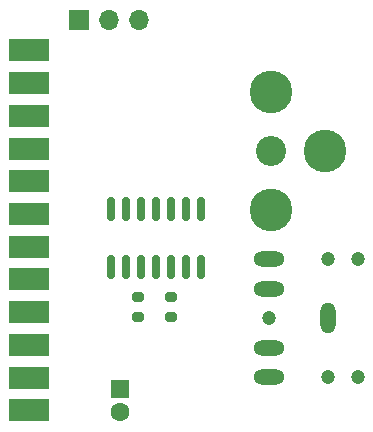
<source format=gbs>
G04 #@! TF.GenerationSoftware,KiCad,Pcbnew,(6.0.0)*
G04 #@! TF.CreationDate,2022-11-09T00:51:05-05:00*
G04 #@! TF.ProjectId,Arrington 4 voice equivalent SMD,41727269-6e67-4746-9f6e-203420766f69,rev?*
G04 #@! TF.SameCoordinates,Original*
G04 #@! TF.FileFunction,Soldermask,Bot*
G04 #@! TF.FilePolarity,Negative*
%FSLAX46Y46*%
G04 Gerber Fmt 4.6, Leading zero omitted, Abs format (unit mm)*
G04 Created by KiCad (PCBNEW (6.0.0)) date 2022-11-09 00:51:05*
%MOMM*%
%LPD*%
G01*
G04 APERTURE LIST*
G04 Aperture macros list*
%AMRoundRect*
0 Rectangle with rounded corners*
0 $1 Rounding radius*
0 $2 $3 $4 $5 $6 $7 $8 $9 X,Y pos of 4 corners*
0 Add a 4 corners polygon primitive as box body*
4,1,4,$2,$3,$4,$5,$6,$7,$8,$9,$2,$3,0*
0 Add four circle primitives for the rounded corners*
1,1,$1+$1,$2,$3*
1,1,$1+$1,$4,$5*
1,1,$1+$1,$6,$7*
1,1,$1+$1,$8,$9*
0 Add four rect primitives between the rounded corners*
20,1,$1+$1,$2,$3,$4,$5,0*
20,1,$1+$1,$4,$5,$6,$7,0*
20,1,$1+$1,$6,$7,$8,$9,0*
20,1,$1+$1,$8,$9,$2,$3,0*%
G04 Aperture macros list end*
%ADD10C,3.616000*%
%ADD11C,2.550000*%
%ADD12C,1.200000*%
%ADD13O,1.308000X2.616000*%
%ADD14O,2.616000X1.308000*%
%ADD15R,3.480000X1.846667*%
%ADD16R,1.700000X1.700000*%
%ADD17O,1.700000X1.700000*%
%ADD18R,1.600000X1.600000*%
%ADD19C,1.600000*%
%ADD20RoundRect,0.200000X0.275000X-0.200000X0.275000X0.200000X-0.275000X0.200000X-0.275000X-0.200000X0*%
%ADD21RoundRect,0.150000X-0.150000X0.825000X-0.150000X-0.825000X0.150000X-0.825000X0.150000X0.825000X0*%
G04 APERTURE END LIST*
D10*
X132226000Y-71802000D03*
X132226000Y-61802000D03*
X136726000Y-66802000D03*
D11*
X132226000Y-66802000D03*
D12*
X137028000Y-85962500D03*
X137028000Y-75962500D03*
X132028000Y-80962500D03*
X139528000Y-85962500D03*
X139528000Y-75962500D03*
D13*
X137028000Y-80962500D03*
D14*
X132028000Y-75962500D03*
X132028000Y-85962500D03*
X132028000Y-78462500D03*
X132028000Y-83462500D03*
D15*
X111737500Y-58298000D03*
X111737500Y-61068000D03*
X111737500Y-63838000D03*
X111737500Y-66608000D03*
X111737500Y-69378000D03*
X111737500Y-72148000D03*
X111737500Y-74918000D03*
X111737500Y-77688000D03*
X111737500Y-80458000D03*
X111737500Y-83228000D03*
X111737500Y-85998000D03*
X111737500Y-88768000D03*
D16*
X115966000Y-55753000D03*
D17*
X118506000Y-55753000D03*
X121046000Y-55753000D03*
D18*
X119380000Y-86928888D03*
D19*
X119380000Y-88928888D03*
D20*
X123698000Y-80835000D03*
X123698000Y-79185000D03*
X120904000Y-80835000D03*
X120904000Y-79185000D03*
D21*
X118618000Y-71693000D03*
X119888000Y-71693000D03*
X121158000Y-71693000D03*
X122428000Y-71693000D03*
X123698000Y-71693000D03*
X124968000Y-71693000D03*
X126238000Y-71693000D03*
X126238000Y-76643000D03*
X124968000Y-76643000D03*
X123698000Y-76643000D03*
X122428000Y-76643000D03*
X121158000Y-76643000D03*
X119888000Y-76643000D03*
X118618000Y-76643000D03*
M02*

</source>
